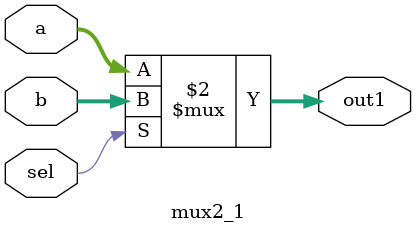
<source format=v>
`timescale 1ns / 1ps


module mux2_1(out1, a, b, sel) ;
parameter WIDTH = 8;
output [WIDTH-1:0] out1;
input [WIDTH-1:0] a, b;
input sel;
assign out1 = sel==0?a:b;
endmodule

</source>
